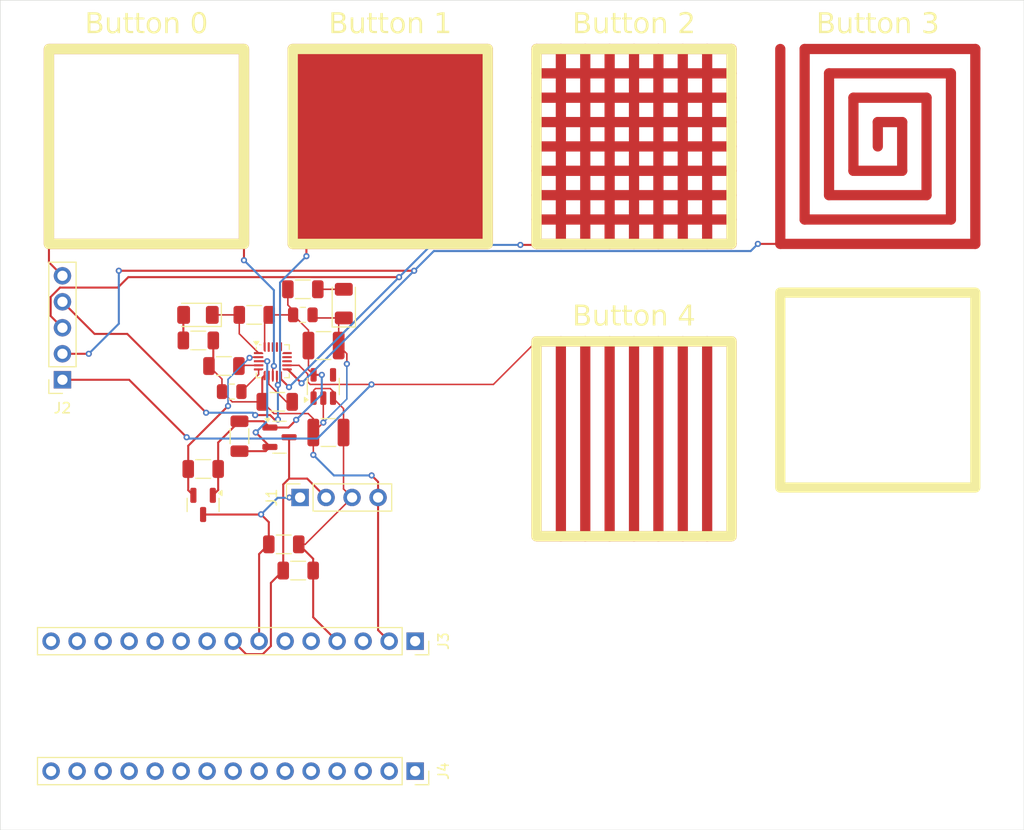
<source format=kicad_pcb>
(kicad_pcb (version 20240108) (generator "pcbnew") (generator_version "8.0")
  (layers (0 "F.Cu" signal) (31 "B.Cu" signal) (34 "B.Paste" user) (35 "F.Paste" user) (36 "B.SilkS" user "B.Silkscreen") (37 "F.SilkS" user "F.Silkscreen") (38 "B.Mask" user) (39 "F.Mask" user) (44 "Edge.Cuts" user))
  (net 0 "")
  (net 1 "Net-(U1-VREG)")
  (net 2 "GND")
  (net 3 "VCC")
  (net 4 "+3.3V")
  (net 5 "Net-(D1-A)")
  (net 6 "INT")
  (net 7 "Net-(D2-A)")
  (net 8 "ADDR")
  (net 9 "Net-(U1-REXT)")
  (net 12 "ELE2")
  (net 13 "ELE0")
  (net 15 "ELE4")
  (net 20 "SCL_3V")
  (net 21 "ELE1")
  (net 22 "SDA_3V")
  (net 23 "ELE3")
  (net 25 "SCL")
  (net 26 "SDA")
  (footprint "Package_TO_SOT_SMD:SOT-23-5" (layer "F.Cu") (at 45.85 52.0375 90)
    (property "Reference" "U2" (hide yes))
    (property "Value" "AP2112K-3.3" (hide yes))
    (fp_line (start 0 -1.56) (end 0.8 -1.56) (stroke (width 0.12)) (layer "F.SilkS"))
    (fp_line (start 0 -1.56) (end -0.8 -1.56) (stroke (width 0.12)) (layer "F.SilkS"))
    (fp_line (start 0 1.56) (end 0.8 1.56) (stroke (width 0.12)) (layer "F.SilkS"))
    (fp_line (start 0 1.56) (end -0.8 1.56) (stroke (width 0.12)) (layer "F.SilkS"))
    (fp_poly (pts (xy -1.3 -1.51) (xy -1.54 -1.84) (xy -1.06 -1.84) (xy -1.3 -1.51)) (stroke (width 0.12)) (fill solid) (layer "F.SilkS"))
    (pad "1" smd roundrect (at -1.1375 -0.95 90) (size 1.325 0.6) (layers "F.Cu" "F.Paste" "F.Mask") (net 3 "VCC"))
    (pad "2" smd roundrect (at -1.1375 0 90) (size 1.325 0.6) (layers "F.Cu" "F.Paste" "F.Mask") (net 2 "GND"))
    (pad "3" smd roundrect (at -1.1375 0.95 90) (size 1.325 0.6) (layers "F.Cu" "F.Paste" "F.Mask") (net 3 "VCC"))
    (pad "4" smd roundrect (at 1.1375 0.95 90) (size 1.325 0.6) (layers "F.Cu" "F.Paste" "F.Mask"))
    (pad "5" smd roundrect (at 1.1375 -0.95 90) (size 1.325 0.6) (layers "F.Cu" "F.Paste" "F.Mask") (net 4 "+3.3V"))
  )
  (footprint "Resistor_SMD:R_1206_3216Metric" (layer "F.Cu") (at 41.9875 67.4675 180)
    (property "Reference" "R9" (hide yes))
    (property "Value" "10k" (hide yes))
    (fp_line (start -0.727064 0.91) (end 0.727064 0.91) (stroke (width 0.12)) (layer "F.SilkS"))
    (fp_line (start -0.727064 -0.91) (end 0.727064 -0.91) (stroke (width 0.12)) (layer "F.SilkS"))
    (pad "1" smd roundrect (at -1.4625 0 180) (size 1.125 1.75) (layers "F.Cu" "F.Paste" "F.Mask") (roundrect_rratio 0.222222) (net 3 "VCC"))
    (pad "2" smd roundrect (at 1.4625 0 180) (size 1.125 1.75) (layers "F.Cu" "F.Paste" "F.Mask") (roundrect_rratio 0.222222) (net 25 "SCL"))
  )
  (footprint "Resistor_SMD:R_1206_3216Metric" (layer "F.Cu") (at 41.35 53.5375 180)
    (property "Reference" "R2" (hide yes))
    (property "Value" "75k" (hide yes))
    (fp_line (start -0.727064 0.91) (end 0.727064 0.91) (stroke (width 0.12)) (layer "F.SilkS"))
    (fp_line (start -0.727064 -0.91) (end 0.727064 -0.91) (stroke (width 0.12)) (layer "F.SilkS"))
    (pad "1" smd roundrect (at -1.4625 0 180) (size 1.125 1.75) (layers "F.Cu" "F.Paste" "F.Mask") (roundrect_rratio 0.222222) (net 9 "Net-(U1-REXT)"))
    (pad "2" smd roundrect (at 1.4625 0 180) (size 1.125 1.75) (layers "F.Cu" "F.Paste" "F.Mask") (roundrect_rratio 0.222222) (net 2 "GND"))
  )
  (footprint "Capacitor_SMD:C_1210_3225Metric" (layer "F.Cu") (at 46.35 56.5375)
    (property "Reference" "C2" (hide yes))
    (property "Value" "10uF" (hide yes))
    (fp_line (start -0.711252 -1.36) (end 0.711252 -1.36) (stroke (width 0.12)) (layer "F.SilkS"))
    (fp_line (start -0.711252 1.36) (end 0.711252 1.36) (stroke (width 0.12)) (layer "F.SilkS"))
    (pad "1" smd roundrect (at -1.475 0) (size 1.15 2.7) (layers "F.Cu" "F.Paste" "F.Mask") (roundrect_rratio 0.217391) (net 2 "GND"))
    (pad "2" smd roundrect (at 1.475 0) (size 1.15 2.7) (layers "F.Cu" "F.Paste" "F.Mask") (roundrect_rratio 0.217391) (net 3 "VCC"))
  )
  (footprint "Capacitor_SMD:C_0805_2012Metric" (layer "F.Cu") (at 43.85 45.0375 180)
    (property "Reference" "C4" (hide yes))
    (property "Value" "0.1uF" (hide yes))
    (fp_line (start -0.261252 0.735) (end 0.261252 0.735) (stroke (width 0.12)) (layer "F.SilkS"))
    (fp_line (start -0.261252 -0.735) (end 0.261252 -0.735) (stroke (width 0.12)) (layer "F.SilkS"))
    (pad "1" smd roundrect (at -0.95 0 180) (size 1 1.45) (layers "F.Cu" "F.Paste" "F.Mask") (net 2 "GND"))
    (pad "2" smd roundrect (at 0.95 0 180) (size 1 1.45) (layers "F.Cu" "F.Paste" "F.Mask") (net 4 "+3.3V"))
  )
  (footprint "Capacitor_SMD:C_0805_2012Metric" (layer "F.Cu") (at 36.9 52.5375 180)
    (property "Reference" "C1" (hide yes))
    (property "Value" "0.1uF" (hide yes))
    (fp_line (start -0.261252 0.735) (end 0.261252 0.735) (stroke (width 0.12)) (layer "F.SilkS"))
    (fp_line (start -0.261252 -0.735) (end 0.261252 -0.735) (stroke (width 0.12)) (layer "F.SilkS"))
    (pad "1" smd roundrect (at -0.95 0 180) (size 1 1.45) (layers "F.Cu" "F.Paste" "F.Mask") (net 1 "Net-(U1-VREG)"))
    (pad "2" smd roundrect (at 0.95 0 180) (size 1 1.45) (layers "F.Cu" "F.Paste" "F.Mask") (net 2 "GND"))
  )
  (footprint "Package_DFN_QFN:UQFN-20_3x3mm_P0.4mm" (layer "F.Cu") (at 40.916875 49.57125)
    (property "Reference" "U1" (hide yes))
    (property "Value" "MPR121QR2" (hide yes))
    (fp_line (start -1.61 -1.16) (end -1.61 -1.37) (stroke (width 0.12)) (layer "F.SilkS"))
    (fp_line (start -1.61 1.61) (end -1.61 1.16) (stroke (width 0.12)) (layer "F.SilkS"))
    (fp_line (start -1.16 -1.61) (end -1.31 -1.61) (stroke (width 0.12)) (layer "F.SilkS"))
    (fp_line (start -1.16 1.61) (end -1.61 1.61) (stroke (width 0.12)) (layer "F.SilkS"))
    (fp_line (start 1.16 -1.61) (end 1.61 -1.61) (stroke (width 0.12)) (layer "F.SilkS"))
    (fp_line (start 1.16 1.61) (end 1.61 1.61) (stroke (width 0.12)) (layer "F.SilkS"))
    (fp_line (start 1.61 -1.61) (end 1.61 -1.16) (stroke (width 0.12)) (layer "F.SilkS"))
    (fp_line (start 1.61 1.61) (end 1.61 1.16) (stroke (width 0.12)) (layer "F.SilkS"))
    (fp_poly (pts (xy -1.61 -1.61) (xy -1.85 -1.94) (xy -1.37 -1.94) (xy -1.61 -1.61)) (stroke (width 0.12)) (fill solid) (layer "F.SilkS"))
    (pad "1" smd custom (at -1.3875 -0.8) (size 0.115147 0.115147) (layers "F.Cu" "F.Paste" "F.Mask") (net 6 "INT") (options (clearance outline) (anchor circle)) (primitives (gr_poly (pts (xy 0.4225 0.036569) (xy 0.4225 0.06) (xy -0.4225 0.06) (xy -0.4225 -0.06) (xy 0.325931 -0.06)) (width 0.08) (fill yes))))
    (pad "2" smd roundrect (at -1.3875 -0.4) (size 0.925 0.2) (layers "F.Cu" "F.Paste" "F.Mask") (net 20 "SCL_3V"))
    (pad "3" smd roundrect (at -1.3875 0) (size 0.925 0.2) (layers "F.Cu" "F.Paste" "F.Mask") (net 22 "SDA_3V"))
    (pad "4" smd roundrect (at -1.3875 0.4) (size 0.925 0.2) (layers "F.Cu" "F.Paste" "F.Mask") (net 8 "ADDR"))
    (pad "5" smd custom (at -1.3875 0.8) (size 0.115147 0.115147) (layers "F.Cu" "F.Paste" "F.Mask") (net 1 "Net-(U1-VREG)") (options (clearance outline) (anchor circle)) (primitives (gr_poly (pts (xy 0.4225 -0.036569) (xy 0.325931 0.06) (xy -0.4225 0.06) (xy -0.4225 -0.06) (xy 0.4225 -0.06)) (width 0.08) (fill yes))))
    (pad "6" smd custom (at -0.8 1.3875) (size 0.115147 0.115147) (layers "F.Cu" "F.Paste" "F.Mask") (net 2 "GND") (options (clearance outline) (anchor circle)) (primitives (gr_poly (pts (xy 0.06 0.4225) (xy -0.06 0.4225) (xy -0.06 -0.325931) (xy 0.036569 -0.4225) (xy 0.06 -0.4225)) (width 0.08) (fill yes))))
    (pad "7" smd roundrect (at -0.4 1.3875) (size 0.2 0.925) (layers "F.Cu" "F.Paste" "F.Mask") (net 9 "Net-(U1-REXT)"))
    (pad "8" smd roundrect (at 0 1.3875) (size 0.2 0.925) (layers "F.Cu" "F.Paste" "F.Mask") (net 13 "ELE0"))
    (pad "9" smd roundrect (at 0.4 1.3875) (size 0.2 0.925) (layers "F.Cu" "F.Paste" "F.Mask") (net 21 "ELE1"))
    (pad "10" smd custom (at 0.8 1.3875) (size 0.115147 0.115147) (layers "F.Cu" "F.Paste" "F.Mask") (net 12 "ELE2") (options (clearance outline) (anchor circle)) (primitives (gr_poly (pts (xy 0.06 -0.325931) (xy 0.06 0.4225) (xy -0.06 0.4225) (xy -0.06 -0.4225) (xy -0.036569 -0.4225)) (width 0.08) (fill yes))))
    (pad "11" smd custom (at 1.3875 0.8) (size 0.115147 0.115147) (layers "F.Cu" "F.Paste" "F.Mask") (net 23 "ELE3") (options (clearance outline) (anchor circle)) (primitives (gr_poly (pts (xy 0.4225 0.06) (xy -0.325931 0.06) (xy -0.4225 -0.036569) (xy -0.4225 -0.06) (xy 0.4225 -0.06)) (width 0.08) (fill yes))))
    (pad "12" smd roundrect (at 1.3875 0.4) (size 0.925 0.2) (layers "F.Cu" "F.Paste" "F.Mask") (net 15 "ELE4"))
    (pad "13" smd roundrect (at 1.3875 0) (size 0.925 0.2) (layers "F.Cu" "F.Paste" "F.Mask"))
    (pad "14" smd roundrect (at 1.3875 -0.4) (size 0.925 0.2) (layers "F.Cu" "F.Paste" "F.Mask"))
    (pad "15" smd custom (at 1.3875 -0.8) (size 0.115147 0.115147) (layers "F.Cu" "F.Paste" "F.Mask") (options (clearance outline) (anchor circle)) (primitives (gr_poly (pts (xy 0.4225 0.06) (xy -0.4225 0.06) (xy -0.4225 0.036569) (xy -0.325931 -0.06) (xy 0.4225 -0.06)) (width 0.08) (fill yes))))
    (pad "16" smd custom (at 0.8 -1.3875) (size 0.115147 0.115147) (layers "F.Cu" "F.Paste" "F.Mask") (options (clearance outline) (anchor circle)) (primitives (gr_poly (pts (xy 0.06 0.325931) (xy -0.036569 0.4225) (xy -0.06 0.4225) (xy -0.06 -0.4225) (xy 0.06 -0.4225)) (width 0.08) (fill yes))))
    (pad "17" smd roundrect (at 0.4 -1.3875) (size 0.2 0.925) (layers "F.Cu" "F.Paste" "F.Mask"))
    (pad "18" smd roundrect (at 0 -1.3875) (size 0.2 0.925) (layers "F.Cu" "F.Paste" "F.Mask"))
    (pad "19" smd roundrect (at -0.4 -1.3875) (size 0.2 0.925) (layers "F.Cu" "F.Paste" "F.Mask"))
    (pad "20" smd custom (at -0.8 -1.3875) (size 0.115147 0.115147) (layers "F.Cu" "F.Paste" "F.Mask") (net 4 "+3.3V") (options (clearance outline) (anchor circle)) (primitives (gr_poly (pts (xy 0.06 0.4225) (xy 0.036569 0.4225) (xy -0.06 0.325931) (xy -0.06 -0.4225) (xy 0.06 -0.4225)) (width 0.08) (fill yes))))
  )
  (footprint "LED_SMD:LED_1206_3216Metric" (layer "F.Cu") (at 47.85 43.9375 90)
    (property "Reference" "D2" (hide yes))
    (property "Value" "LED" (hide yes))
    (fp_line (start 1.6 -1.135) (end -2.285 -1.135) (stroke (width 0.12)) (layer "F.SilkS"))
    (fp_line (start -2.285 -1.135) (end -2.285 1.135) (stroke (width 0.12)) (layer "F.SilkS"))
    (fp_line (start -2.285 1.135) (end 1.6 1.135) (stroke (width 0.12)) (layer "F.SilkS"))
    (pad "1" smd roundrect (at -1.4 0 90) (size 1.25 1.75) (layers "F.Cu" "F.Paste" "F.Mask") (roundrect_rratio 0.2) (net 2 "GND"))
    (pad "2" smd roundrect (at 1.4 0 90) (size 1.25 1.75) (layers "F.Cu" "F.Paste" "F.Mask") (roundrect_rratio 0.2) (net 7 "Net-(D2-A)"))
  )
  (footprint "Resistor_SMD:R_1206_3216Metric" (layer "F.Cu") (at 34.1175 60.10125 180)
    (property "Reference" "R7" (hide yes))
    (property "Value" "10k" (hide yes))
    (fp_line (start -0.727064 0.91) (end 0.727064 0.91) (stroke (width 0.12)) (layer "F.SilkS"))
    (fp_line (start -0.727064 -0.91) (end 0.727064 -0.91) (stroke (width 0.12)) (layer "F.SilkS"))
    (pad "1" smd roundrect (at -1.4625 0 180) (size 1.125 1.75) (layers "F.Cu" "F.Paste" "F.Mask") (roundrect_rratio 0.222222) (net 4 "+3.3V"))
    (pad "2" smd roundrect (at 1.4625 0 180) (size 1.125 1.75) (layers "F.Cu" "F.Paste" "F.Mask") (roundrect_rratio 0.222222) (net 20 "SCL_3V"))
  )
  (footprint "Connector_PinSocket_2.54mm:PinSocket_1x04_P2.54mm_Vertical" (layer "F.Cu") (at 43.58 62.8875 90)
    (property "Reference" "J1" (at 0 -2.77 90) (layer "F.SilkS"))
    (property "Value" "Conn_01x04")
    (fp_line (start 1.33 -1.33) (end 1.33 0) (stroke (width 0.12)) (layer "F.SilkS"))
    (fp_line (start 0 -1.33) (end 1.33 -1.33) (stroke (width 0.12)) (layer "F.SilkS"))
    (fp_line (start 1.33 1.27) (end 1.33 8.95) (stroke (width 0.12)) (layer "F.SilkS"))
    (fp_line (start -1.33 1.27) (end 1.33 1.27) (stroke (width 0.12)) (layer "F.SilkS"))
    (fp_line (start -1.33 1.27) (end -1.33 8.95) (stroke (width 0.12)) (layer "F.SilkS"))
    (fp_line (start -1.33 8.95) (end 1.33 8.95) (stroke (width 0.12)) (layer "F.SilkS"))
    (pad "1" thru_hole rect (at 0 0 90) (size 1.7 1.7) (drill 1) (layers "*.Cu" "*.Mask") (net 25 "SCL"))
    (pad "2" thru_hole oval (at 0 2.54 90) (size 1.7 1.7) (drill 1) (layers "*.Cu" "*.Mask") (net 26 "SDA"))
    (pad "3" thru_hole oval (at 0 5.08 90) (size 1.7 1.7) (drill 1) (layers "*.Cu" "*.Mask") (net 3 "VCC"))
    (pad "4" thru_hole oval (at 0 7.62 90) (size 1.7 1.7) (drill 1) (layers "*.Cu" "*.Mask") (net 2 "GND"))
  )
  (footprint "Resistor_SMD:R_1206_3216Metric" (layer "F.Cu") (at 37.66 56.8975 -90)
    (property "Reference" "R6" (hide yes))
    (property "Value" "10k" (hide yes))
    (fp_line (start -0.727064 0.91) (end 0.727064 0.91) (stroke (width 0.12)) (layer "F.SilkS"))
    (fp_line (start -0.727064 -0.91) (end 0.727064 -0.91) (stroke (width 0.12)) (layer "F.SilkS"))
    (pad "1" smd roundrect (at -1.4625 0 270) (size 1.125 1.75) (layers "F.Cu" "F.Paste" "F.Mask") (roundrect_rratio 0.222222) (net 4 "+3.3V"))
    (pad "2" smd roundrect (at 1.4625 0 270) (size 1.125 1.75) (layers "F.Cu" "F.Paste" "F.Mask") (roundrect_rratio 0.222222) (net 22 "SDA_3V"))
  )
  (footprint "Connector_PinSocket_2.54mm:PinSocket_1x15_P2.54mm_Vertical" (layer "F.Cu") (at 54.82 89.63 -90)
    (property "Reference" "J4" (at 0 -2.77 -90) (layer "F.SilkS"))
    (property "Value" "Conn_01x15")
    (fp_line (start -1.33 36.89) (end 1.33 36.89) (stroke (width 0.12)) (layer "F.SilkS"))
    (fp_line (start -1.33 1.27) (end -1.33 36.89) (stroke (width 0.12)) (layer "F.SilkS"))
    (fp_line (start -1.33 1.27) (end 1.33 1.27) (stroke (width 0.12)) (layer "F.SilkS"))
    (fp_line (start 1.33 1.27) (end 1.33 36.89) (stroke (width 0.12)) (layer "F.SilkS"))
    (fp_line (start 0 -1.33) (end 1.33 -1.33) (stroke (width 0.12)) (layer "F.SilkS"))
    (fp_line (start 1.33 -1.33) (end 1.33 0) (stroke (width 0.12)) (layer "F.SilkS"))
    (pad "1" thru_hole rect (at 0 0 270) (size 1.7 1.7) (drill 1) (layers "*.Cu" "*.Mask"))
    (pad "2" thru_hole oval (at 0 2.54 270) (size 1.7 1.7) (drill 1) (layers "*.Cu" "*.Mask"))
    (pad "3" thru_hole oval (at 0 5.08 270) (size 1.7 1.7) (drill 1) (layers "*.Cu" "*.Mask"))
    (pad "4" thru_hole oval (at 0 7.62 270) (size 1.7 1.7) (drill 1) (layers "*.Cu" "*.Mask"))
    (pad "5" thru_hole oval (at 0 10.16 270) (size 1.7 1.7) (drill 1) (layers "*.Cu" "*.Mask"))
    (pad "6" thru_hole oval (at 0 12.7 270) (size 1.7 1.7) (drill 1) (layers "*.Cu" "*.Mask"))
    (pad "7" thru_hole oval (at 0 15.24 270) (size 1.7 1.7) (drill 1) (layers "*.Cu" "*.Mask"))
    (pad "8" thru_hole oval (at 0 17.78 270) (size 1.7 1.7) (drill 1) (layers "*.Cu" "*.Mask"))
    (pad "9" thru_hole oval (at 0 20.32 270) (size 1.7 1.7) (drill 1) (layers "*.Cu" "*.Mask"))
    (pad "10" thru_hole oval (at 0 22.86 270) (size 1.7 1.7) (drill 1) (layers "*.Cu" "*.Mask"))
    (pad "11" thru_hole oval (at 0 25.4 270) (size 1.7 1.7) (drill 1) (layers "*.Cu" "*.Mask"))
    (pad "12" thru_hole oval (at 0 27.94 270) (size 1.7 1.7) (drill 1) (layers "*.Cu" "*.Mask"))
    (pad "13" thru_hole oval (at 0 30.48 270) (size 1.7 1.7) (drill 1) (layers "*.Cu" "*.Mask"))
    (pad "14" thru_hole oval (at 0 33.02 270) (size 1.7 1.7) (drill 1) (layers "*.Cu" "*.Mask"))
    (pad "15" thru_hole oval (at 0 35.56 270) (size 1.7 1.7) (drill 1) (layers "*.Cu" "*.Mask"))
  )
  (footprint "Resistor_SMD:R_1206_3216Metric" (layer "F.Cu") (at 33.641875 47.5375 180)
    (property "Reference" "R4" (hide yes))
    (property "Value" "1k" (hide yes))
    (fp_line (start -0.727064 0.91) (end 0.727064 0.91) (stroke (width 0.12)) (layer "F.SilkS"))
    (fp_line (start -0.727064 -0.91) (end 0.727064 -0.91) (stroke (width 0.12)) (layer "F.SilkS"))
    (pad "1" smd roundrect (at -1.4625 0 180) (size 1.125 1.75) (layers "F.Cu" "F.Paste" "F.Mask") (roundrect_rratio 0.222222) (net 2 "GND"))
    (pad "2" smd roundrect (at 1.4625 0 180) (size 1.125 1.75) (layers "F.Cu" "F.Paste" "F.Mask") (roundrect_rratio 0.222222) (net 5 "Net-(D1-A)"))
  )
  (footprint "Resistor_SMD:R_1206_3216Metric" (layer "F.Cu") (at 43.85 42.5375)
    (property "Reference" "R5" (hide yes))
    (property "Value" "10k" (hide yes))
    (fp_line (start -0.727064 -0.91) (end 0.727064 -0.91) (stroke (width 0.12)) (layer "F.SilkS"))
    (fp_line (start -0.727064 0.91) (end 0.727064 0.91) (stroke (width 0.12)) (layer "F.SilkS"))
    (pad "1" smd roundrect (at -1.4625 0) (size 1.125 1.75) (layers "F.Cu" "F.Paste" "F.Mask") (roundrect_rratio 0.222222) (net 4 "+3.3V"))
    (pad "2" smd roundrect (at 1.4625 0) (size 1.125 1.75) (layers "F.Cu" "F.Paste" "F.Mask") (roundrect_rratio 0.222222) (net 7 "Net-(D2-A)"))
  )
  (footprint "Package_TO_SOT_SMD:SOT-23" (layer "F.Cu") (at 34.1075 63.61375 -90)
    (property "Reference" "Q1" (hide yes))
    (property "Value" "BSS138" (hide yes))
    (fp_line (start 0 1.56) (end -0.65 1.56) (stroke (width 0.12)) (layer "F.SilkS"))
    (fp_line (start 0 1.56) (end 0.65 1.56) (stroke (width 0.12)) (layer "F.SilkS"))
    (fp_line (start 0 -1.56) (end -0.65 -1.56) (stroke (width 0.12)) (layer "F.SilkS"))
    (fp_line (start 0 -1.56) (end 0.65 -1.56) (stroke (width 0.12)) (layer "F.SilkS"))
    (fp_poly (pts (xy -1.1625 -1.51) (xy -1.4025 -1.84) (xy -0.9225 -1.84) (xy -1.1625 -1.51)) (stroke (width 0.12)) (fill solid) (layer "F.SilkS"))
    (pad "1" smd roundrect (at -0.9375 -0.95 270) (size 1.475 0.6) (layers "F.Cu" "F.Paste" "F.Mask") (net 4 "+3.3V"))
    (pad "2" smd roundrect (at -0.9375 0.95 270) (size 1.475 0.6) (layers "F.Cu" "F.Paste" "F.Mask") (net 20 "SCL_3V"))
    (pad "3" smd roundrect (at 0.9375 0 270) (size 1.475 0.6) (layers "F.Cu" "F.Paste" "F.Mask") (net 25 "SCL"))
  )
  (footprint "Package_TO_SOT_SMD:SOT-23" (layer "F.Cu") (at 41.57 56.9975)
    (property "Reference" "Q2" (hide yes))
    (property "Value" "BSS138" (hide yes))
    (fp_line (start 0 -1.56) (end -0.65 -1.56) (stroke (width 0.12)) (layer "F.SilkS"))
    (fp_line (start 0 -1.56) (end 0.65 -1.56) (stroke (width 0.12)) (layer "F.SilkS"))
    (fp_line (start 0 1.56) (end -0.65 1.56) (stroke (width 0.12)) (layer "F.SilkS"))
    (fp_line (start 0 1.56) (end 0.65 1.56) (stroke (width 0.12)) (layer "F.SilkS"))
    (fp_poly (pts (xy -1.1625 -1.51) (xy -1.4025 -1.84) (xy -0.9225 -1.84) (xy -1.1625 -1.51)) (stroke (width 0.12)) (fill solid) (layer "F.SilkS"))
    (pad "1" smd roundrect (at -0.9375 -0.95) (size 1.475 0.6) (layers "F.Cu" "F.Paste" "F.Mask") (net 4 "+3.3V"))
    (pad "2" smd roundrect (at -0.9375 0.95) (size 1.475 0.6) (layers "F.Cu" "F.Paste" "F.Mask") (net 22 "SDA_3V"))
    (pad "3" smd roundrect (at 0.9375 0) (size 1.475 0.6) (layers "F.Cu" "F.Paste" "F.Mask") (net 26 "SDA"))
  )
  (footprint "Connector_PinSocket_2.54mm:PinSocket_1x15_P2.54mm_Vertical" (layer "F.Cu") (at 54.82 76.93 -90)
    (property "Reference" "J3" (at 0 -2.77 -90) (layer "F.SilkS"))
    (property "Value" "Conn_01x15")
    (fp_line (start -1.33 36.89) (end 1.33 36.89) (stroke (width 0.12)) (layer "F.SilkS"))
    (fp_line (start -1.33 1.27) (end -1.33 36.89) (stroke (width 0.12)) (layer "F.SilkS"))
    (fp_line (start -1.33 1.27) (end 1.33 1.27) (stroke (width 0.12)) (layer "F.SilkS"))
    (fp_line (start 1.33 1.27) (end 1.33 36.89) (stroke (width 0.12)) (layer "F.SilkS"))
    (fp_line (start 0 -1.33) (end 1.33 -1.33) (stroke (width 0.12)) (layer "F.SilkS"))
    (fp_line (start 1.33 -1.33) (end 1.33 0) (stroke (width 0.12)) (layer "F.SilkS"))
    (pad "1" thru_hole rect (at 0 0 270) (size 1.7 1.7) (drill 1) (layers "*.Cu" "*.Mask"))
    (pad "2" thru_hole oval (at 0 2.54 270) (size 1.7 1.7) (drill 1) (layers "*.Cu" "*.Mask") (net 2 "GND"))
    (pad "3" thru_hole oval (at 0 5.08 270) (size 1.7 1.7) (drill 1) (layers "*.Cu" "*.Mask"))
    (pad "4" thru_hole oval (at 0 7.62 270) (size 1.7 1.7) (drill 1) (layers "*.Cu" "*.Mask") (net 3 "VCC"))
    (pad "5" thru_hole oval (at 0 10.16 270) (size 1.7 1.7) (drill 1) (layers "*.Cu" "*.Mask"))
    (pad "6" thru_hole oval (at 0 12.7 270) (size 1.7 1.7) (drill 1) (layers "*.Cu" "*.Mask"))
    (pad "7" thru_hole oval (at 0 15.24 270) (size 1.7 1.7) (drill 1) (layers "*.Cu" "*.Mask") (net 25 "SCL"))
    (pad "8" thru_hole oval (at 0 17.78 270) (size 1.7 1.7) (drill 1) (layers "*.Cu" "*.Mask") (net 26 "SDA"))
    (pad "9" thru_hole oval (at 0 20.32 270) (size 1.7 1.7) (drill 1) (layers "*.Cu" "*.Mask"))
    (pad "10" thru_hole oval (at 0 22.86 270) (size 1.7 1.7) (drill 1) (layers "*.Cu" "*.Mask"))
    (pad "11" thru_hole oval (at 0 25.4 270) (size 1.7 1.7) (drill 1) (layers "*.Cu" "*.Mask"))
    (pad "12" thru_hole oval (at 0 27.94 270) (size 1.7 1.7) (drill 1) (layers "*.Cu" "*.Mask"))
    (pad "13" thru_hole oval (at 0 30.48 270) (size 1.7 1.7) (drill 1) (layers "*.Cu" "*.Mask"))
    (pad "14" thru_hole oval (at 0 33.02 270) (size 1.7 1.7) (drill 1) (layers "*.Cu" "*.Mask"))
    (pad "15" thru_hole oval (at 0 35.56 270) (size 1.7 1.7) (drill 1) (layers "*.Cu" "*.Mask"))
  )
  (footprint "Resistor_SMD:R_1206_3216Metric" (layer "F.Cu") (at 43.3975 70.0275 180)
    (property "Reference" "R8" (hide yes))
    (property "Value" "10k" (hide yes))
    (fp_line (start -0.727064 0.91) (end 0.727064 0.91) (stroke (width 0.12)) (layer "F.SilkS"))
    (fp_line (start -0.727064 -0.91) (end 0.727064 -0.91) (stroke (width 0.12)) (layer "F.SilkS"))
    (pad "1" smd roundrect (at -1.4625 0 180) (size 1.125 1.75) (layers "F.Cu" "F.Paste" "F.Mask") (roundrect_rratio 0.222222) (net 3 "VCC"))
    (pad "2" smd roundrect (at 1.4625 0 180) (size 1.125 1.75) (layers "F.Cu" "F.Paste" "F.Mask") (roundrect_rratio 0.222222) (net 26 "SDA"))
  )
  (footprint "Resistor_SMD:R_1206_3216Metric" (layer "F.Cu") (at 39.104375 45.0375 180)
    (property "Reference" "R3" (hide yes))
    (property "Value" "10k" (hide yes))
    (fp_line (start -0.727064 0.91) (end 0.727064 0.91) (stroke (width 0.12)) (layer "F.SilkS"))
    (fp_line (start -0.727064 -0.91) (end 0.727064 -0.91) (stroke (width 0.12)) (layer "F.SilkS"))
    (pad "1" smd roundrect (at -1.4625 0 180) (size 1.125 1.75) (layers "F.Cu" "F.Paste" "F.Mask") (roundrect_rratio 0.222222) (net 4 "+3.3V"))
    (pad "2" smd roundrect (at 1.4625 0 180) (size 1.125 1.75) (layers "F.Cu" "F.Paste" "F.Mask") (roundrect_rratio 0.222222) (net 6 "INT"))
  )
  (footprint "LED_SMD:LED_1206_3216Metric" (layer "F.Cu") (at 33.604375 45.0375 180)
    (property "Reference" "D1" (hide yes))
    (property "Value" "LED" (hide yes))
    (fp_line (start 1.6 -1.135) (end -2.285 -1.135) (stroke (width 0.12)) (layer "F.SilkS"))
    (fp_line (start -2.285 1.135) (end 1.6 1.135) (stroke (width 0.12)) (layer "F.SilkS"))
    (fp_line (start -2.285 -1.135) (end -2.285 1.135) (stroke (width 0.12)) (layer "F.SilkS"))
    (pad "1" smd roundrect (at -1.4 0 180) (size 1.25 1.75) (layers "F.Cu" "F.Paste" "F.Mask") (roundrect_rratio 0.2) (net 6 "INT"))
    (pad "2" smd roundrect (at 1.4 0 180) (size 1.25 1.75) (layers "F.Cu" "F.Paste" "F.Mask") (roundrect_rratio 0.2) (net 5 "Net-(D1-A)"))
  )
  (footprint "Resistor_SMD:R_1206_3216Metric" (layer "F.Cu") (at 36.141875 50.0375 180)
    (property "Reference" "R1" (hide yes))
    (property "Value" "100k" (hide yes))
    (fp_line (start -0.727064 0.91) (end 0.727064 0.91) (stroke (width 0.12)) (layer "F.SilkS"))
    (fp_line (start -0.727064 -0.91) (end 0.727064 -0.91) (stroke (width 0.12)) (layer "F.SilkS"))
    (pad "1" smd roundrect (at -1.4625 0 180) (size 1.125 1.75) (layers "F.Cu" "F.Paste" "F.Mask") (roundrect_rratio 0.222222) (net 8 "ADDR"))
    (pad "2" smd roundrect (at 1.4625 0 180) (size 1.125 1.75) (layers "F.Cu" "F.Paste" "F.Mask") (roundrect_rratio 0.222222) (net 2 "GND"))
  )
  (footprint "Connector_PinSocket_2.54mm:PinSocket_1x05_P2.54mm_Vertical" (layer "F.Cu") (at 20.37 51.38 180)
    (property "Reference" "J2" (at 0 -2.77 180) (layer "F.SilkS"))
    (property "Value" "Conn_01x05")
    (fp_line (start 1.33 1.27) (end 1.33 11.49) (stroke (width 0.12)) (layer "F.SilkS"))
    (fp_line (start 1.33 -1.33) (end 1.33 0) (stroke (width 0.12)) (layer "F.SilkS"))
    (fp_line (start 0 -1.33) (end 1.33 -1.33) (stroke (width 0.12)) (layer "F.SilkS"))
    (fp_line (start -1.33 11.49) (end 1.33 11.49) (stroke (width 0.12)) (layer "F.SilkS"))
    (fp_line (start -1.33 1.27) (end 1.33 1.27) (stroke (width 0.12)) (layer "F.SilkS"))
    (fp_line (start -1.33 1.27) (end -1.33 11.49) (stroke (width 0.12)) (layer "F.SilkS"))
    (pad "1" thru_hole rect (at 0 0 180) (size 1.7 1.7) (drill 1) (layers "*.Cu" "*.Mask") (net 15 "ELE4"))
    (pad "2" thru_hole oval (at 0 2.54 180) (size 1.7 1.7) (drill 1) (layers "*.Cu" "*.Mask") (net 23 "ELE3"))
    (pad "3" thru_hole oval (at 0 5.08 180) (size 1.7 1.7) (drill 1) (layers "*.Cu" "*.Mask") (net 12 "ELE2"))
    (pad "4" thru_hole oval (at 0 7.62 180) (size 1.7 1.7) (drill 1) (layers "*.Cu" "*.Mask") (net 21 "ELE1"))
    (pad "5" thru_hole oval (at 0 10.16 180) (size 1.7 1.7) (drill 1) (layers "*.Cu" "*.Mask") (net 13 "ELE0"))
  )
  (footprint "Capacitor_SMD:C_1210_3225Metric" (layer "F.Cu") (at 45.875 48.0375 180)
    (property "Reference" "C3" (hide yes))
    (property "Value" "10uF" (hide yes))
    (fp_line (start -0.711252 1.36) (end 0.711252 1.36) (stroke (width 0.12)) (layer "F.SilkS"))
    (fp_line (start -0.711252 -1.36) (end 0.711252 -1.36) (stroke (width 0.12)) (layer "F.SilkS"))
    (pad "1" smd roundrect (at -1.475 0 180) (size 1.15 2.7) (layers "F.Cu" "F.Paste" "F.Mask") (roundrect_rratio 0.217391) (net 2 "GND"))
    (pad "2" smd roundrect (at 1.475 0 180) (size 1.15 2.7) (layers "F.Cu" "F.Paste" "F.Mask") (roundrect_rratio 0.217391) (net 4 "+3.3V"))
  )
  (gr_rect (start 66.675 47.625) (end 85.725 66.675) (stroke (width 1)) (fill none) (layer "F.Cu") (net 15))
  (gr_rect (start 42.8625 19.05) (end 61.9125 38.1) (stroke (width 1)) (fill solid) (layer "F.Cu") (net 21))
  (gr_rect (start 19.05 19.05) (end 38.1 38.1) (stroke (width 1)) (fill none) (layer "F.Cu") (net 13))
  (gr_rect (start 42.8625 19.05) (end 61.9125 38.1) (stroke (width 1)) (fill none) (layer "F.SilkS"))
  (gr_rect (start 66.675 19.05) (end 85.725 38.1) (stroke (width 1)) (fill none) (layer "F.SilkS"))
  (gr_rect (start 90.4875 42.8625) (end 109.5375 61.9125) (stroke (width 1)) (fill none) (layer "F.SilkS"))
  (gr_rect (start 19.05 19.05) (end 38.1 38.1) (stroke (width 1)) (fill none) (layer "F.SilkS"))
  (gr_rect (start 66.675 47.625) (end 85.725 66.675) (stroke (width 1)) (fill none) (layer "F.SilkS"))
  (gr_rect (start 14.29375 14.2875) (end 114.29375 95.3875) (stroke (width 0.05)) (fill none) (layer "Edge.Cuts"))
  (gr_text "Button 4" (at 76.2 45.24375 0) (layer "F.SilkS") (effects (font (size 2 2) (thickness 1))))
  (gr_text "Button 1\n" (at 52.3875 16.66875 0) (layer "F.SilkS") (effects (font (size 2 2) (thickness 1))))
  (gr_text "Button 0" (at 28.575 16.66875 0) (layer "F.SilkS") (effects (font (size 2 2) (thickness 0.1))))
  (gr_text "Button 2" (at 76.2 16.66875 0) (layer "F.SilkS") (effects (font (size 2 2) (thickness 1))))
  (gr_text "Button 3" (at 100.0125 16.66875 0) (layer "F.SilkS") (effects (font (size 2 2) (thickness 1))))
  (segment (start 39.529375 50.858125) (end 39.529375 50.37125) (width 0.15) (layer "F.Cu") (net 1))
  (segment (start 37.85 52.5375) (end 39.529375 50.858125) (width 0.15) (layer "F.Cu") (net 1))
  (segment (start 51.2 61.36) (end 50.57 60.73) (width 0.2) (layer "F.Cu") (net 2))
  (segment (start 48.15 48.8375) (end 48.15 49.8275) (width 0.15) (layer "F.Cu") (net 2))
  (segment (start 35.95 52.5375) (end 35.95 51.308125) (width 0.15) (layer "F.Cu") (net 2))
  (segment (start 39.8875 53.5375) (end 39.8875 51.188125) (width 0.2) (layer "F.Cu") (net 2))
  (segment (start 47.35 48.0375) (end 47.35 45.8375) (width 0.15) (layer "F.Cu") (net 2))
  (segment (start 39.8875 51.188125) (end 40.116875 50.95875) (width 0.2) (layer "F.Cu") (net 2))
  (segment (start 51.2 75.85) (end 51.2 62.8875) (width 0.2) (layer "F.Cu") (net 2))
  (segment (start 44.875 56.5375) (end 44.875 58.7225) (width 0.15) (layer "F.Cu") (net 2))
  (segment (start 47.35 48.0375) (end 48.15 48.8375) (width 0.15) (layer "F.Cu") (net 2))
  (segment (start 44.875 55.1875) (end 44.375 54.6875) (width 0.15) (layer "F.Cu") (net 2))
  (segment (start 47.85 45.3375) (end 45.1 45.3375) (width 0.15) (layer "F.Cu") (net 2))
  (segment (start 35.95 52.5375) (end 36.95 53.5375) (width 0.15) (layer "F.Cu") (net 2))
  (segment (start 44.875 56.5375) (end 44.875 55.1875) (width 0.15) (layer "F.Cu") (net 2))
  (segment (start 40.104375 53.5375) (end 40.104375 53.0375) (width 0.15) (layer "F.Cu") (net 2))
  (segment (start 35.104375 47.5375) (end 35.104375 49.6125) (width 0.2) (layer "F.Cu") (net 2))
  (segment (start 52.28 76.93) (end 51.2 75.85) (width 0.2) (layer "F.Cu") (net 2))
  (segment (start 35.104375 49.6125) (end 34.679375 50.0375) (width 0.2) (layer "F.Cu") (net 2))
  (segment (start 44.875 56.5375) (end 45.85 55.5625) (width 0.15) (layer "F.Cu") (net 2))
  (segment (start 44.375 54.6875) (end 41.0375 54.6875) (width 0.15) (layer "F.Cu") (net 2))
  (segment (start 44.85 56.5625) (end 44.875 56.5375) (width 0.2) (layer "F.Cu") (net 2))
  (segment (start 45.85 55.5625) (end 45.85 53.175) (width 0.15) (layer "F.Cu") (net 2))
  (segment (start 36.95 53.5375) (end 39.8875 53.5375) (width 0.15) (layer "F.Cu") (net 2))
  (segment (start 47.35 45.8375) (end 47.85 45.3375) (width 0.15) (layer "F.Cu") (net 2))
  (segment (start 35.95 51.308125) (end 34.679375 50.0375) (width 0.15) (layer "F.Cu") (net 2))
  (segment (start 45.1 45.3375) (end 44.8 45.0375) (width 0.15) (layer "F.Cu") (net 2))
  (segment (start 51.2 62.8875) (end 51.2 61.36) (width 0.2) (layer "F.Cu") (net 2))
  (segment (start 41.0375 54.6875) (end 39.8875 53.5375) (width 0.15) (layer "F.Cu") (net 2))
  (via (at 48.15 49.8275) (size 0.6) (drill 0.3) (layers "F.Cu" "B.Cu") (net 2))
  (via (at 45.85 55.5625) (size 0.6) (drill 0.3) (layers "F.Cu" "B.Cu") (net 2))
  (via (at 50.57 60.73) (size 0.6) (drill 0.3) (layers "F.Cu" "B.Cu") (net 2))
  (via (at 44.875 58.7225) (size 0.6) (drill 0.3) (layers "F.Cu" "B.Cu") (net 2))
  (segment (start 46.8825 60.73) (end 44.875 58.7225) (width 0.2) (layer "B.Cu") (net 2))
  (segment (start 48.15 53.2625) (end 45.85 55.5625) (width 0.15) (layer "B.Cu") (net 2))
  (segment (start 48.15 49.8275) (end 48.15 53.2625) (width 0.15) (layer "B.Cu") (net 2))
  (segment (start 50.57 60.73) (end 46.8825 60.73) (width 0.2) (layer "B.Cu") (net 2))
  (segment (start 47.825 54.2) (end 46.8 53.175) (width 0.15) (layer "F.Cu") (net 3))
  (segment (start 46.8 53.175) (end 46.8 52.512501) (width 0.15) (layer "F.Cu") (net 3))
  (segment (start 46.524999 52.2375) (end 45.09 52.2375) (width 0.15) (layer "F.Cu") (net 3))
  (segment (start 46.8 52.512501) (end 46.524999 52.2375) (width 0.15) (layer "F.Cu") (net 3))
  (segment (start 44.86 70.0275) (end 44.86 68.8775) (width 0.2) (layer "F.Cu") (net 3))
  (segment (start 48.66 62.8875) (end 44.08 67.4675) (width 0.15) (layer "F.Cu") (net 3))
  (segment (start 44.86 74.59) (end 47.2 76.93) (width 0.2) (layer "F.Cu") (net 3))
  (segment (start 44.86 70.0275) (end 44.86 74.59) (width 0.2) (layer "F.Cu") (net 3))
  (segment (start 47.39 56.9725) (end 47.825 56.5375) (width 0.2) (layer "F.Cu") (net 3))
  (segment (start 45.09 52.2375) (end 44.9 52.4275) (width 0.15) (layer "F.Cu") (net 3))
  (segment (start 47.825 62.0525) (end 48.66 62.8875) (width 0.15) (layer "F.Cu") (net 3))
  (segment (start 47.825 56.5375) (end 47.825 54.2) (width 0.15) (layer "F.Cu") (net 3))
  (segment (start 44.08 67.4675) (end 43.45 67.4675) (width 0.15) (layer "F.Cu") (net 3))
  (segment (start 47.825 56.5375) (end 47.825 62.0525) (width 0.15) (layer "F.Cu") (net 3))
  (segment (start 44.9 52.4275) (end 44.9 53.175) (width 0.15) (layer "F.Cu") (net 3))
  (segment (start 44.86 68.8775) (end 43.45 67.4675) (width 0.2) (layer "F.Cu") (net 3))
  (segment (start 49.3 62.6) (end 48.7525 62.6) (width 0.2) (layer "B.Cu") (net 3))
  (segment (start 44.4 48.0375) (end 44.4 50.4) (width 0.15) (layer "F.Cu") (net 4))
  (segment (start 44.4 48.0375) (end 44.4 46.5375) (width 0.15) (layer "F.Cu") (net 4))
  (segment (start 45.7 50.9) (end 44.9 50.9) (width 0.2) (layer "F.Cu") (net 4))
  (segment (start 35.58 62.15375) (end 35.0575 62.67625) (width 0.2) (layer "F.Cu") (net 4))
  (segment (start 40.116875 45.4875) (end 40.116875 48.18375) (width 0.15) (layer "F.Cu") (net 4))
  (segment (start 40.02 55.435) (end 37.66 55.435) (width 0.2) (layer "F.Cu") (net 4))
  (segment (start 40.6325 56.0475) (end 40.02 55.435) (width 0.2) (layer "F.Cu") (net 4))
  (segment (start 35.58 60.10125) (end 35.58 57.515) (width 0.2) (layer "F.Cu") (net 4))
  (segment (start 44.4 50.4) (end 44.9 50.9) (width 0.15) (layer "F.Cu") (net 4))
  (segment (start 35.58 60.10125) (end 35.58 62.15375) (width 0.2) (layer "F.Cu") (net 4))
  (segment (start 42.9 44.5875) (end 42.3875 44.075) (width 0.15) (layer "F.Cu") (net 4))
  (segment (start 42.4525 56.0475) (end 43.2 55.3) (width 0.2) (layer "F.Cu") (net 4))
  (segment (start 42.9 45.0375) (end 40.566875 45.0375) (width 0.15) (layer "F.Cu") (net 4))
  (segment (start 42.9 45.0375) (end 42.9 44.5875) (width 0.15) (layer "F.Cu") (net 4))
  (segment (start 44.4 46.5375) (end 42.9 45.0375) (width 0.15) (layer "F.Cu") (net 4))
  (segment (start 40.6325 56.0475) (end 42.4525 56.0475) (width 0.2) (layer "F.Cu") (net 4))
  (segment (start 42.3875 44.075) (end 42.3875 42.5375) (width 0.15) (layer "F.Cu") (net 4))
  (segment (start 35.58 57.515) (end 37.66 55.435) (width 0.2) (layer "F.Cu") (net 4))
  (segment (start 40.566875 45.0375) (end 40.116875 45.4875) (width 0.15) (layer "F.Cu") (net 4))
  (via (at 43.2 55.3) (size 0.6) (drill 0.3) (layers "F.Cu" "B.Cu") (net 4))
  (via (at 45.7 50.9) (size 0.6) (drill 0.3) (layers "F.Cu" "B.Cu") (net 4))
  (segment (start 45.7 52.8) (end 45.7 50.9) (width 0.2) (layer "B.Cu") (net 4))
  (segment (start 43.2 55.3) (end 45.7 52.8) (width 0.2) (layer "B.Cu") (net 4))
  (segment (start 32.179375 47.5375) (end 32.179375 45.0625) (width 0.2) (layer "F.Cu") (net 5))
  (segment (start 32.179375 45.0625) (end 32.204375 45.0375) (width 0.2) (layer "F.Cu") (net 5))
  (segment (start 37.641875 45.0375) (end 37.641875 46.88375) (width 0.15) (layer "F.Cu") (net 6))
  (segment (start 37.641875 46.88375) (end 39.529375 48.77125) (width 0.15) (layer "F.Cu") (net 6))
  (segment (start 37.641875 45.0375) (end 35.004375 45.0375) (width 0.15) (layer "F.Cu") (net 6))
  (segment (start 47.85 42.5375) (end 45.3125 42.5375) (width 0.15) (layer "F.Cu") (net 7))
  (segment (start 37.604375 50.0375) (end 38.104375 50.0375) (width 0.15) (layer "F.Cu") (net 8))
  (segment (start 38.104375 50.0375) (end 38.170625 49.97125) (width 0.15) (layer "F.Cu") (net 8))
  (segment (start 38.170625 49.97125) (end 39.529375 49.97125) (width 0.15) (layer "F.Cu") (net 8))
  (segment (start 42.8125 53.5375) (end 42.25 53.5375) (width 0.15) (layer "F.Cu") (net 9))
  (segment (start 40.516875 51.804375) (end 40.516875 50.95875) (width 0.15) (layer "F.Cu") (net 9))
  (segment (start 42.25 53.5375) (end 40.516875 51.804375) (width 0.15) (layer "F.Cu") (net 9))
  (segment (start 78.58125 19.05) (end 78.58125 38.1) (width 1) (layer "F.Cu") (net 12))
  (segment (start 66.675 19.05) (end 85.725 19.05) (width 1) (layer "F.Cu") (net 12))
  (segment (start 66.575 38.2) (end 66.675 38.1) (width 0.2) (layer "F.Cu") (net 12))
  (segment (start 85.725 19.05) (end 85.725 38.1) (width 1) (layer "F.Cu") (net 12))
  (segment (start 20.133654 42.37) (end 25.78 42.37) (width 0.2) (layer "F.Cu") (net 12))
  (segment (start 19.22 45.15) (end 19.22 43.283654) (width 0.2) (layer "F.Cu") (net 12))
  (segment (start 83.34375 19.05) (end 83.34375 38.1) (width 1) (layer "F.Cu") (net 12))
  (segment (start 65.1 38.2) (end 66.575 38.2) (width 0.2) (layer "F.Cu") (net 12))
  (segment (start 76.2 19.05) (end 76.2 38.1) (width 1) (layer "F.Cu") (net 12))
  (segment (start 41.716875 50.95875) (end 41.716875 51.316875) (width 0.2) (layer "F.Cu") (net 12))
  (segment (start 66.675 35.71875) (end 85.725 35.71875) (width 1) (layer "F.Cu") (net 12))
  (segment (start 66.675 38.1) (end 85.725 38.1) (width 1) (layer "F.Cu") (net 12))
  (segment (start 19.22 43.283654) (end 20.133654 42.37) (width 0.2) (layer "F.Cu") (net 12))
  (segment (start 71.4375 19.05) (end 71.4375 38.1) (width 1) (layer "F.Cu") (net 12))
  (segment (start 66.675 19.05) (end 66.675 38.1) (width 1) (layer "F.Cu") (net 12))
  (segment (start 66.675 26.19375) (end 85.725 26.19375) (width 1) (layer "F.Cu") (net 12))
  (segment (start 69.05625 19.05) (end 69.05625 38.1) (width 1) (layer "F.Cu") (net 12))
  (segment (start 41.716875 51.316875) (end 42.5 52.1) (width 0.2) (layer "F.Cu") (net 12))
  (segment (start 73.81875 19.05) (end 73.81875 38.1) (width 1) (layer "F.Cu") (net 12))
  (segment (start 66.675 30.95625) (end 85.725 30.95625) (width 1) (layer "F.Cu") (net 12))
  (segment (start 25.78 42.37) (end 26.8 41.35) (width 0.2) (layer "F.Cu") (net 12))
  (segment (start 80.9625 19.05) (end 80.9625 38.1) (width 1) (layer "F.Cu") (net 12))
  (segment (start 20.37 46.3) (end 19.22 45.15) (width 0.2) (layer "F.Cu") (net 12))
  (segment (start 66.675 23.8125) (end 85.725 23.8125) (width 1) (layer "F.Cu") (net 12))
  (segment (start 26.8 41.35) (end 53.25 41.35) (width 0.2) (layer "F.Cu") (net 12))
  (segment (start 66.675 21.43125) (end 85.725 21.43125) (width 1) (layer "F.Cu") (net 12))
  (segment (start 66.675 28.575) (end 85.725 28.575) (width 1) (layer "F.Cu") (net 12))
  (segment (start 66.675 33.3375) (end 85.725 33.3375) (width 1) (layer "F.Cu") (net 12))
  (via (at 53.25 41.35) (size 0.6) (drill 0.3) (layers "F.Cu" "B.Cu") (net 12))
  (via (at 42.5 52.1) (size 0.6) (drill 0.3) (layers "F.Cu" "B.Cu") (net 12))
  (via (at 65.1 38.2) (size 0.6) (drill 0.3) (layers "F.Cu" "B.Cu") (net 12))
  (segment (start 56.4 38.2) (end 65.1 38.2) (width 0.2) (layer "B.Cu") (net 12))
  (segment (start 42.5 52.1) (end 53.25 41.35) (width 0.2) (layer "B.Cu") (net 12))
  (segment (start 53.25 41.35) (end 56.4 38.2) (width 0.2) (layer "B.Cu") (net 12))
  (segment (start 40.916875 51.482256) (end 40.916875 50.141973) (width 0.15) (layer "F.Cu") (net 13))
  (segment (start 40.916875 50.95875) (end 40.916875 51.482256) (width 0.15) (layer "F.Cu") (net 13))
  (segment (start 19.05 38.1) (end 19.05 39.9) (width 0.2) (layer "F.Cu") (net 13))
  (segment (start 38.1 39.7) (end 38.1 38.1) (width 0.2) (layer "F.Cu") (net 13))
  (segment (start 40.916875 50.141973) (end 41.021686 50.037162) (width 0.15) (layer "F.Cu") (net 13))
  (segment (start 19.05 39.9) (end 20.37 41.22) (width 0.2) (layer "F.Cu") (net 13))
  (via (at 38.1 39.7) (size 0.6) (drill 0.3) (layers "F.Cu" "B.Cu") (net 13))
  (via (at 41.021686 50.037162) (size 0.6) (drill 0.3) (layers "F.Cu" "B.Cu") (net 13))
  (segment (start 41.021686 42.621686) (end 38.1 39.7) (width 0.2) (layer "B.Cu") (net 13))
  (segment (start 41.021686 50.037162) (end 41.021686 42.621686) (width 0.2) (layer "B.Cu") (net 13))
  (segment (start 73.81875 47.625) (end 73.81875 66.675) (width 1) (layer "F.Cu") (net 15))
  (segment (start 80.9625 47.625) (end 80.9625 66.675) (width 1) (layer "F.Cu") (net 15))
  (segment (start 83.34375 47.625) (end 83.34375 66.675) (width 1) (layer "F.Cu") (net 15))
  (segment (start 44.569804 51.8375) (end 50.55625 51.8375) (width 0.15) (layer "F.Cu") (net 15))
  (segment (start 62.4625 51.8375) (end 66.675 47.625) (width 0.15) (layer "F.Cu") (net 15))
  (segment (start 43.476275 49.97125) (end 44.325 50.819975) (width 0.15) (layer "F.Cu") (net 15))
  (segment (start 20.37 51.38) (end 26.88 51.38) (width 0.2) (layer "F.Cu") (net 15))
  (segment (start 42.304375 49.97125) (end 43.476275 49.97125) (width 0.15) (layer "F.Cu") (net 15))
  (segment (start 44.325 50.819975) (end 44.325 51.592696) (width 0.15) (layer "F.Cu") (net 15))
  (segment (start 78.58125 47.625) (end 78.58125 66.675) (width 1) (layer "F.Cu") (net 15))
  (segment (start 71.4375 47.625) (end 71.4375 66.675) (width 1) (layer "F.Cu") (net 15))
  (segment (start 50.55625 51.8375) (end 62.4625 51.8375) (width 0.15) (layer "F.Cu") (net 15))
  (segment (start 69.05625 47.625) (end 69.05625 66.675) (width 1) (layer "F.Cu") (net 15))
  (segment (start 44.325 51.592696) (end 44.569804 51.8375) (width 0.15) (layer "F.Cu") (net 15))
  (segment (start 26.88 51.38) (end 32.5 57) (width 0.2) (layer "F.Cu") (net 15))
  (segment (start 76.2 47.625) (end 76.2 66.675) (width 1) (layer "F.Cu") (net 15))
  (via (at 32.5 57) (size 0.6) (drill 0.3) (layers "F.Cu" "B.Cu") (net 15))
  (via (at 50.55625 51.8375) (size 0.6) (drill 0.3) (layers "F.Cu" "B.Cu") (net 15))
  (segment (start 32.5 57) (end 32.6275 57.1275) (width 0.2) (layer "B.Cu") (net 15))
  (segment (start 32.6275 57.1275) (end 45.26625 57.1275) (width 0.2) (layer "B.Cu") (net 15))
  (segment (start 45.26625 57.1275) (end 50.55625 51.8375) (width 0.2) (layer "B.Cu") (net 15))
  (segment (start 38.646407 49.235735) (end 38.710892 49.17125) (width 0.15) (layer "F.Cu") (net 20))
  (segment (start 32.655 60.10125) (end 32.655 57.8325) (width 0.2) (layer "F.Cu") (net 20))
  (segment (start 32.655 57.8325) (end 36.543413 53.944087) (width 0.2) (layer "F.Cu") (net 20))
  (segment (start 32.655 60.10125) (end 32.655 62.17375) (width 0.2) (layer "F.Cu") (net 20))
  (segment (start 38.710892 49.17125) (end 39.529375 49.17125) (width 0.15) (layer "F.Cu") (net 20))
  (segment (start 32.655 62.17375) (end 33.1575 62.67625) (width 0.2) (layer "F.Cu") (net 20))
  (via (at 36.543413 53.944087) (size 0.6) (drill 0.3) (layers "F.Cu" "B.Cu") (net 20))
  (via (at 38.646407 49.235735) (size 0.6) (drill 0.3) (layers "F.Cu" "B.Cu") (net 20))
  (segment (start 36.543413 53.944087) (end 36.543413 51.338729) (width 0.15) (layer "B.Cu") (net 20))
  (segment (start 36.543413 51.338729) (end 38.646407 49.235735) (width 0.15) (layer "B.Cu") (net 20))
  (segment (start 41.08217 55.2625) (end 41.417066 55.2625) (width 0.2) (layer "F.Cu") (net 21))
  (segment (start 26.7 46.9) (end 23.51 46.9) (width 0.2) (layer "F.Cu") (net 21))
  (segment (start 39.2 54.835) (end 40.65467 54.835) (width 0.2) (layer "F.Cu") (net 21))
  (segment (start 44.2 39.3) (end 44.2 36.7625) (width 0.2) (layer "F.Cu") (net 21))
  (segment (start 41.316875 50.95875) (end 41.316875 51.791201) (width 0.15) (layer "F.Cu") (net 21))
  (segment (start 26.7 46.9) (end 34.4 54.6) (width 0.2) (layer "F.Cu") (net 21))
  (segment (start 44.2 36.7625) (end 52.3875 28.575) (width 0.2) (layer "F.Cu") (net 21))
  (segment (start 40.65467 54.835) (end 41.08217 55.2625) (width 0.2) (layer "F.Cu") (net 21))
  (segment (start 23.51 46.9) (end 20.37 43.76) (width 0.2) (layer "F.Cu") (net 21))
  (segment (start 41.316875 51.791201) (end 41.412837 51.887163) (width 0.15) (layer "F.Cu") (net 21))
  (via (at 44.2 39.3) (size 0.6) (drill 0.3) (layers "F.Cu" "B.Cu") (net 21))
  (via (at 39.2 54.835) (size 0.6) (drill 0.3) (layers "F.Cu" "B.Cu") (net 21))
  (via (at 41.412837 51.887163) (size 0.6) (drill 0.3) (layers "F.Cu" "B.Cu") (net 21))
  (via (at 41.417066 55.2625) (size 0.6) (drill 0.3) (layers "F.Cu" "B.Cu") (net 21))
  (via (at 34.4 54.6) (size 0.6) (drill 0.3) (layers "F.Cu" "B.Cu") (net 21))
  (segment (start 41.417066 51.891392) (end 41.412837 51.887163) (width 0.2) (layer "B.Cu") (net 21))
  (segment (start 41.417066 55.2625) (end 41.417066 51.891392) (width 0.2) (layer "B.Cu") (net 21))
  (segment (start 41.621686 41.878314) (end 44.2 39.3) (width 0.2) (layer "B.Cu") (net 21))
  (segment (start 41.412837 51.887163) (end 41.621686 51.678314) (width 0.2) (layer "B.Cu") (net 21))
  (segment (start 34.4 54.6) (end 38.965 54.6) (width 0.2) (layer "B.Cu") (net 21))
  (segment (start 38.965 54.6) (end 39.2 54.835) (width 0.2) (layer "B.Cu") (net 21))
  (segment (start 41.621686 51.678314) (end 41.621686 41.878314) (width 0.2) (layer "B.Cu") (net 21))
  (segment (start 40.369336 49.574081) (end 40.366505 49.57125) (width 0.2) (layer "F.Cu") (net 22))
  (segment (start 40.6325 57.91) (end 39.25 56.5275) (width 0.2) (layer "F.Cu") (net 22))
  (segment (start 40.22 58.36) (end 40.6325 57.9475) (width 0.2) (layer "F.Cu") (net 22))
  (segment (start 40.366505 49.57125) (end 39.529375 49.57125) (width 0.2) (layer "F.Cu") (net 22))
  (segment (start 37.66 58.36) (end 40.22 58.36) (width 0.2) (layer "F.Cu") (net 22))
  (segment (start 40.6325 57.9475) (end 40.6325 57.91) (width 0.2) (layer "F.Cu") (net 22))
  (via (at 40.369336 49.574081) (size 0.6) (drill 0.3) (layers "F.Cu" "B.Cu") (net 22))
  (via (at 39.25 56.5275) (size 0.6) (drill 0.3) (layers "F.Cu" "B.Cu") (net 22))
  (segment (start 40.369336 55.408164) (end 40.369336 49.574081) (width 0.2) (layer "B.Cu") (net 22))
  (segment (start 39.25 56.5275) (end 40.369336 55.408164) (width 0.2) (layer "B.Cu") (net 22))
  (segment (start 42.304375 50.37125) (end 42.37125 50.37125) (width 0.2) (layer "F.Cu") (net 23))
  (segment (start 97.63125 30.95625) (end 102.39375 30.95625) (width 1) (layer "F.Cu") (net 23))
  (segment (start 95.25 33.3375) (end 104.775 33.3375) (width 1) (layer "F.Cu") (net 23))
  (segment (start 42.37125 50.37125) (end 43.724265 51.724265) (width 0.2) (layer "F.Cu") (net 23))
  (segment (start 20.37 48.84) (end 22.94 48.84) (width 0.2) (layer "F.Cu") (net 23))
  (segment (start 95.25 21.43125) (end 95.25 33.3375) (width 1) (layer "F.Cu") (net 23))
  (segment (start 90.4875 19.05) (end 90.4875 38.1) (width 1) (layer "F.Cu") (net 23))
  (segment (start 100.0125 26.19375) (end 100.0125 28.575) (width 1) (layer "F.Cu") (net 23))
  (segment (start 107.15625 35.71875) (end 107.15625 21.43125) (width 1) (layer "F.Cu") (net 23))
  (segment (start 90.4875 38.1) (end 109.5375 38.1) (width 1) (layer "F.Cu") (net 23))
  (segment (start 104.775 33.3375) (end 104.775 23.8125) (width 1) (layer "F.Cu") (net 23))
  (segment (start 92.86875 19.05) (end 92.86875 35.71875) (width 1) (layer "F.Cu") (net 23))
  (segment (start 102.39375 30.95625) (end 102.39375 26.19375) (width 1) (layer "F.Cu") (net 23))
  (segment (start 107.15625 21.43125) (end 95.25 21.43125) (width 1) (layer "F.Cu") (net 23))
  (segment (start 88.3 38.1) (end 90.4875 38.1) (width 0.2) (layer "F.Cu") (net 23))
  (segment (start 109.5375 38.1) (end 109.5375 19.05) (width 1) (layer "F.Cu") (net 23))
  (segment (start 104.775 23.8125) (end 97.63125 23.8125) (width 1) (layer "F.Cu") (net 23))
  (segment (start 92.86875 35.71875) (end 107.15625 35.71875) (width 1) (layer "F.Cu") (net 23))
  (segment (start 25.875735 40.724265) (end 54.724265 40.724265) (width 0.2) (layer "F.Cu") (net 23))
  (segment (start 102.39375 26.19375) (end 100.0125 26.19375) (width 1) (layer "F.Cu") (net 23))
  (segment (start 97.63125 23.8125) (end 97.63125 30.95625) (width 1) (layer "F.Cu") (net 23))
  (segment (start 109.5375 19.05) (end 92.86875 19.05) (width 1) (layer "F.Cu") (net 23))
  (via (at 25.875735 40.724265) (size 0.6) (drill 0.3) (layers "F.Cu" "B.Cu") (net 23))
  (via (at 54.724265 40.724265) (size 0.6) (drill 0.3) (layers "F.Cu" "B.Cu") (net 23))
  (via (at 88.3 38.1) (size 0.6) (drill 0.3) (layers "F.Cu" "B.Cu") (net 23))
  (via (at 43.724265 51.724265) (size 0.6) (drill 0.3) (layers "F.Cu" "B.Cu") (net 23))
  (via (at 22.94 48.84) (size 0.6) (drill 0.3) (layers "F.Cu" "B.Cu") (net 23))
  (segment (start 56.64853 38.8) (end 87.6 38.8) (width 0.2) (layer "B.Cu") (net 23))
  (segment (start 25.875735 45.904265) (end 25.875735 40.724265) (width 0.2) (layer "B.Cu") (net 23))
  (segment (start 43.724265 51.724265) (end 56.64853 38.8) (width 0.2) (layer "B.Cu") (net 23))
  (segment (start 22.94 48.84) (end 25.875735 45.904265) (width 0.2) (layer "B.Cu") (net 23))
  (segment (start 87.6 38.8) (end 88.3 38.1) (width 0.2) (layer "B.Cu") (net 23))
  (segment (start 39.58 68.4125) (end 39.58 76.93) (width 0.2) (layer "F.Cu") (net 25))
  (segment (start 40.525 67.4675) (end 40.525 65.2925) (width 0.2) (layer "F.Cu") (net 25))
  (segment (start 34.1075 64.55125) (end 39.75625 64.55125) (width 0.2) (layer "F.Cu") (net 25))
  (segment (start 43.58 62.8875) (end 42.5375 62.8875) (width 0.2) (layer "F.Cu") (net 25))
  (segment (start 39.75625 64.55125) (end 39.77 64.5375) (width 0.2) (layer "F.Cu") (net 25))
  (segment (start 40.525 65.2925) (end 39.77 64.5375) (width 0.2) (layer "F.Cu") (net 25))
  (segment (start 40.525 67.4675) (end 39.58 68.4125) (width 0.2) (layer "F.Cu") (net 25))
  (segment (start 42.5375 62.8875) (end 42.535 62.89) (width 0.2) (layer "F.Cu") (net 25))
  (via (at 42.535 62.89) (size 0.6) (drill 0.3) (layers "F.Cu" "B.Cu") (net 25))
  (via (at 39.77 64.5375) (size 0.6) (drill 0.3) (layers "F.Cu" "B.Cu") (net 25))
  (segment (start 41.3875 62.92) (end 39.77 64.5375) (width 0.2) (layer "B.Cu") (net 25))
  (segment (start 42.505 62.92) (end 41.3875 62.92) (width 0.2) (layer "B.Cu") (net 25))
  (segment (start 42.535 62.89) (end 42.505 62.92) (width 0.2) (layer "B.Cu") (net 25))
  (segment (start 42.5075 61.04) (end 42.31 61.2375) (width 0.2) (layer "F.Cu") (net 26))
  (segment (start 41.935 70.0275) (end 41.935 61.6125) (width 0.2) (layer "F.Cu") (net 26))
  (segment (start 41.935 61.6125) (end 42.31 61.2375) (width 0.2) (layer "F.Cu") (net 26))
  (segment (start 38.31 78.2) (end 37.04 76.93) (width 0.2) (layer "F.Cu") (net 26))
  (segment (start 39.936346 78.2) (end 38.31 78.2) (width 0.2) (layer "F.Cu") (net 26))
  (segment (start 40.73 77.406346) (end 39.936346 78.2) (width 0.2) (layer "F.Cu") (net 26))
  (segment (start 42.5075 56.9975) (end 42.5075 61.04) (width 0.2) (layer "F.Cu") (net 26))
  (segment (start 40.73 71.2325) (end 40.73 77.406346) (width 0.2) (layer "F.Cu") (net 26))
  (segment (start 44.2725 61.04) (end 42.5075 61.04) (width 0.2) (layer "F.Cu") (net 26))
  (segment (start 41.935 70.0275) (end 40.73 71.2325) (width 0.2) (layer "F.Cu") (net 26))
  (segment (start 46.12 62.8875) (end 44.2725 61.04) (width 0.2) (layer "F.Cu") (net 26))
)
</source>
